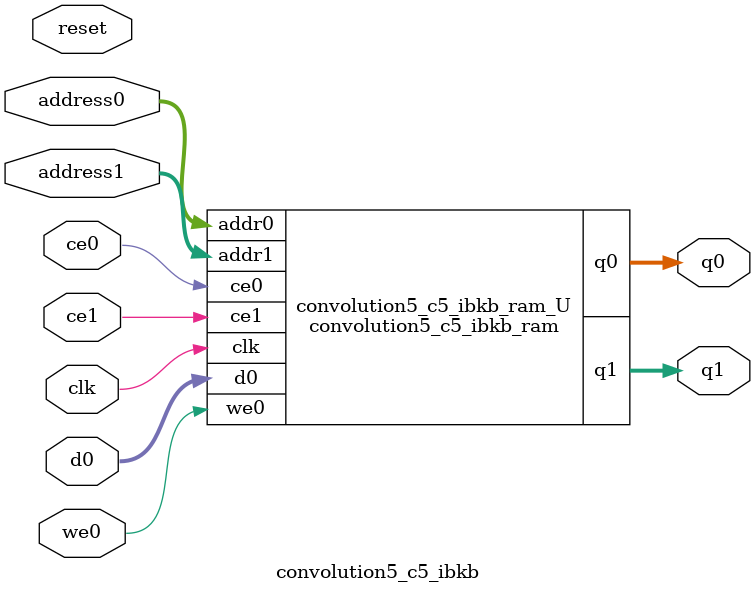
<source format=v>

`timescale 1 ns / 1 ps
module convolution5_c5_ibkb_ram (addr0, ce0, d0, we0, q0, addr1, ce1, q1,  clk);

parameter DWIDTH = 32;
parameter AWIDTH = 4;
parameter MEM_SIZE = 16;

input[AWIDTH-1:0] addr0;
input ce0;
input[DWIDTH-1:0] d0;
input we0;
output reg[DWIDTH-1:0] q0;
input[AWIDTH-1:0] addr1;
input ce1;
output reg[DWIDTH-1:0] q1;
input clk;

(* ram_style = "distributed" *)reg [DWIDTH-1:0] ram[0:MEM_SIZE-1];




always @(posedge clk)  
begin 
    if (ce0) 
    begin
        if (we0) 
        begin 
            ram[addr0] <= d0; 
            q0 <= d0;
        end 
        else 
            q0 <= ram[addr0];
    end
end


always @(posedge clk)  
begin 
    if (ce1) 
    begin
            q1 <= ram[addr1];
    end
end


endmodule


`timescale 1 ns / 1 ps
module convolution5_c5_ibkb(
    reset,
    clk,
    address0,
    ce0,
    we0,
    d0,
    q0,
    address1,
    ce1,
    q1);

parameter DataWidth = 32'd32;
parameter AddressRange = 32'd16;
parameter AddressWidth = 32'd4;
input reset;
input clk;
input[AddressWidth - 1:0] address0;
input ce0;
input we0;
input[DataWidth - 1:0] d0;
output[DataWidth - 1:0] q0;
input[AddressWidth - 1:0] address1;
input ce1;
output[DataWidth - 1:0] q1;



convolution5_c5_ibkb_ram convolution5_c5_ibkb_ram_U(
    .clk( clk ),
    .addr0( address0 ),
    .ce0( ce0 ),
    .d0( d0 ),
    .we0( we0 ),
    .q0( q0 ),
    .addr1( address1 ),
    .ce1( ce1 ),
    .q1( q1 ));

endmodule


</source>
